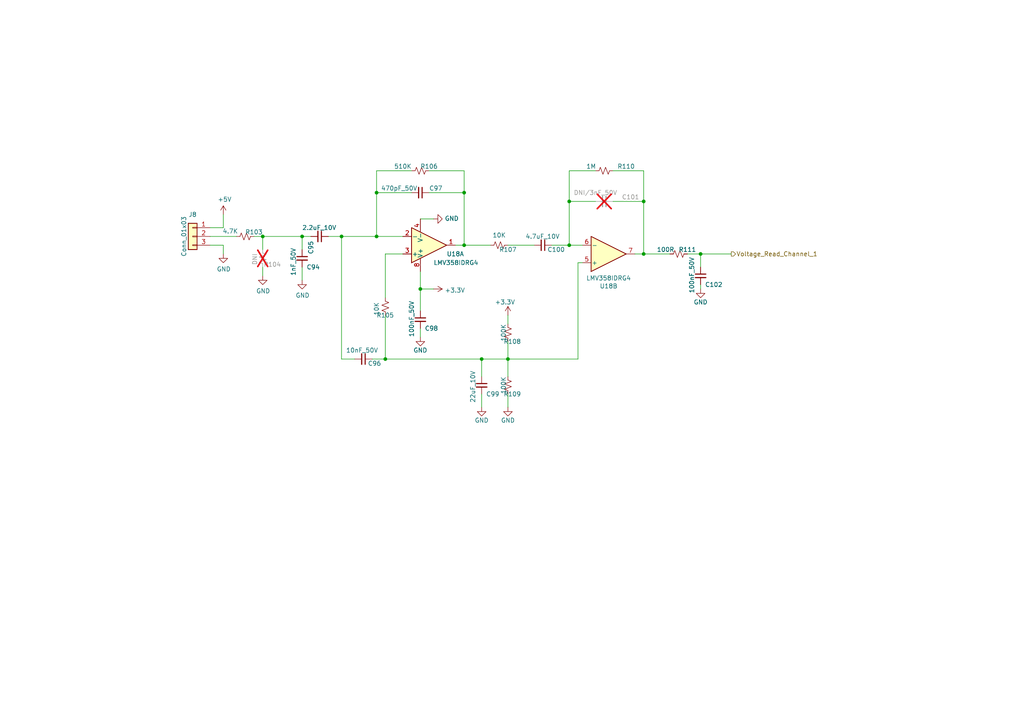
<source format=kicad_sch>
(kicad_sch (version 20231120) (generator "eeschema") (generator_version "8.0")
  (paper "A4")
  (lib_symbols
    (symbol "AKE_Capacitor:Capacitor_UnPolarised" (pin_numbers hide) (pin_names (offset 0.254) hide)
      (property "Reference" "C" (at 0.254 1.778 0))
      (property "Value" "Capacitor_UnPolarised" (at 0.254 -2.032 0))
      (symbol "Capacitor_UnPolarised_0_1"
        (polyline (pts (xy -1.524 -0.508) (xy 1.524 -0.508)) (stroke (width 0.3302)))
        (polyline (pts (xy -1.524 0.508) (xy 1.524 0.508)) (stroke (width 0.3048)))
      )
      (symbol "Capacitor_UnPolarised_1_1"
        (pin passive line (at 0 2.54 270) (length 2.032) (name "~") (number "1"))
        (pin passive line (at 0 -2.54 90) (length 2.032) (name "~") (number "2"))
      )
    )
    (symbol "AKE_Connector_Pinheader:Conn_01x03" (pin_names (offset 1.016) hide)
      (property "Reference" "J" (at 0 5.08 0))
      (property "Value" "Conn_01x03" (at 0 -5.08 0))
      (symbol "Conn_01x03_1_1"
        (rectangle (start -1.27 -2.413) (end 0 -2.667) (stroke (width 0.1524)))
        (rectangle (start -1.27 0.127) (end 0 -0.127) (stroke (width 0.1524)))
        (rectangle (start -1.27 2.667) (end 0 2.413) (stroke (width 0.1524)))
        (rectangle (start -1.27 3.81) (end 1.27 -3.81) (stroke (width 0.254)) (fill (type background)))
        (pin passive line (at -5.08 2.54 0) (length 3.81) (name "Pin_1") (number "1"))
        (pin passive line (at -5.08 0 0) (length 3.81) (name "Pin_2") (number "2"))
        (pin passive line (at -5.08 -2.54 0) (length 3.81) (name "Pin_3") (number "3"))
      )
    )
    (symbol "AKE_Opamp:LMV358IDRG4" (pin_names (offset 0.127))
      (property "Reference" "U" (at 0 6.35 0))
      (property "Value" "LMV358IDRG4" (at 0 3.81 0))
      (symbol "LMV358IDRG4_0_1"
        (polyline (pts (xy -5.08 5.08) (xy 5.08 0) (xy -5.08 -5.08) (xy -5.08 5.08)) (stroke (width 0.254)) (fill (type background)))
      )
      (symbol "LMV358IDRG4_1_1"
        (pin output line (at 7.62 0 180) (length 2.54) (name "~") (number "1"))
        (pin input line (at -7.62 -2.54 0) (length 2.54) (name "-") (number "2"))
        (pin input line (at -7.62 2.54 0) (length 2.54) (name "+") (number "3"))
        (pin power_in line (at -2.54 -7.62 90) (length 3.81) (name "V-") (number "4"))
        (pin power_in line (at -2.54 7.62 270) (length 3.81) (name "V+") (number "8"))
      )
      (symbol "LMV358IDRG4_2_1"
        (pin input line (at -7.62 2.54 0) (length 2.54) (name "+") (number "5"))
        (pin input line (at -7.62 -2.54 0) (length 2.54) (name "-") (number "6"))
        (pin output line (at 7.62 0 180) (length 2.54) (name "~") (number "7"))
      )
    )
    (symbol "AKE_Power:+3.3V" (power) (pin_names (offset 0))
      (property "Value" "+3.3V" (at 0 3.556 0))
      (symbol "+3.3V_0_1"
        (polyline (pts (xy -0.762 1.27) (xy 0 2.54)))
        (polyline (pts (xy 0 0) (xy 0 2.54)))
        (polyline (pts (xy 0 2.54) (xy 0.762 1.27)))
      )
      (symbol "+3.3V_1_1"
        (pin power_in line (at 0 0 90) (length 0) hide (name "+3.3V") (number "1"))
      )
    )
    (symbol "AKE_Power:+5V" (power) (pin_names (offset 0))
      (property "Value" "+5V" (at 0 3.556 0))
      (symbol "+5V_0_1"
        (polyline (pts (xy -0.762 1.27) (xy 0 2.54)))
        (polyline (pts (xy 0 0) (xy 0 2.54)))
        (polyline (pts (xy 0 2.54) (xy 0.762 1.27)))
      )
      (symbol "+5V_1_1"
        (pin power_in line (at 0 0 90) (length 0) hide (name "+5V") (number "1"))
      )
    )
    (symbol "AKE_Power:GND" (power) (pin_names (offset 0))
      (property "Value" "GND" (at 0 -3.81 0))
      (symbol "GND_0_1"
        (polyline (pts (xy 0 0) (xy 0 -1.27) (xy 1.27 -1.27) (xy 0 -2.54) (xy -1.27 -1.27) (xy 0 -1.27)))
      )
      (symbol "GND_1_1"
        (pin power_in line (at 0 0 270) (length 0) hide (name "GND") (number "1"))
      )
    )
    (symbol "AKE_Resistor:Resistor_US" (pin_numbers hide) (pin_names (offset 0.254) hide)
      (property "Reference" "R" (at 0.762 0.508 0))
      (property "Value" "Resistor_US" (at 0.762 -1.016 0))
      (symbol "Resistor_US_1_1"
        (polyline (pts (xy 0 0) (xy 1.016 -0.381) (xy 0 -0.762) (xy -1.016 -1.143) (xy 0 -1.524)))
        (polyline (pts (xy 0 1.524) (xy 1.016 1.143) (xy 0 0.762) (xy -1.016 0.381) (xy 0 0)))
        (pin passive line (at 0 2.54 270) (length 1.016) (name "~") (number "1"))
        (pin passive line (at 0 -2.54 90) (length 1.016) (name "~") (number "2"))
      )
    )
  )
  (junction (at 109.22 55.88))
  (junction (at 203.2 73.66))
  (junction (at 186.69 58.42))
  (junction (at 147.32 104.14))
  (junction (at 186.69 73.66))
  (junction (at 99.06 68.58))
  (junction (at 109.22 68.58))
  (junction (at 111.76 104.14))
  (junction (at 76.2 68.58))
  (junction (at 121.92 83.82))
  (junction (at 165.1 71.12))
  (junction (at 87.63 68.58))
  (junction (at 165.1 58.42))
  (junction (at 134.62 55.88))
  (junction (at 139.7 104.14))
  (junction (at 134.62 71.12))
  (wire (pts (xy 109.22 49.53) (xy 109.22 55.88)))
  (wire (pts (xy 167.64 76.2) (xy 168.91 76.2)))
  (wire (pts (xy 139.7 109.22) (xy 139.7 104.14)))
  (wire (pts (xy 64.77 66.04) (xy 60.96 66.04)))
  (wire (pts (xy 147.32 104.14) (xy 147.32 109.22)))
  (wire (pts (xy 111.76 73.66) (xy 111.76 86.36)))
  (wire (pts (xy 186.69 73.66) (xy 184.15 73.66)))
  (wire (pts (xy 139.7 118.11) (xy 139.7 114.3)))
  (wire (pts (xy 90.17 68.58) (xy 87.63 68.58)))
  (wire (pts (xy 64.77 62.23) (xy 64.77 66.04)))
  (wire (pts (xy 121.92 83.82) (xy 121.92 90.17)))
  (wire (pts (xy 109.22 55.88) (xy 119.38 55.88)))
  (wire (pts (xy 186.69 49.53) (xy 186.69 58.42)))
  (wire (pts (xy 147.32 114.3) (xy 147.32 118.11)))
  (wire (pts (xy 102.87 104.14) (xy 99.06 104.14)))
  (wire (pts (xy 134.62 71.12) (xy 132.08 71.12)))
  (wire (pts (xy 60.96 68.58) (xy 68.58 68.58)))
  (wire (pts (xy 116.84 68.58) (xy 109.22 68.58)))
  (wire (pts (xy 64.77 71.12) (xy 64.77 73.66)))
  (wire (pts (xy 147.32 91.44) (xy 147.32 93.98)))
  (wire (pts (xy 76.2 77.47) (xy 76.2 80.01)))
  (wire (pts (xy 121.92 83.82) (xy 125.73 83.82)))
  (wire (pts (xy 76.2 68.58) (xy 76.2 72.39)))
  (wire (pts (xy 111.76 104.14) (xy 139.7 104.14)))
  (wire (pts (xy 60.96 71.12) (xy 64.77 71.12)))
  (wire (pts (xy 87.63 77.47) (xy 87.63 81.28)))
  (wire (pts (xy 87.63 72.39) (xy 87.63 68.58)))
  (wire (pts (xy 139.7 104.14) (xy 147.32 104.14)))
  (wire (pts (xy 99.06 68.58) (xy 99.06 104.14)))
  (wire (pts (xy 95.25 68.58) (xy 99.06 68.58)))
  (wire (pts (xy 186.69 58.42) (xy 186.69 73.66)))
  (wire (pts (xy 147.32 104.14) (xy 167.64 104.14)))
  (wire (pts (xy 125.73 63.5) (xy 121.92 63.5)))
  (wire (pts (xy 177.8 49.53) (xy 186.69 49.53)))
  (wire (pts (xy 168.91 71.12) (xy 165.1 71.12)))
  (wire (pts (xy 134.62 49.53) (xy 134.62 55.88)))
  (wire (pts (xy 167.64 104.14) (xy 167.64 76.2)))
  (wire (pts (xy 111.76 91.44) (xy 111.76 104.14)))
  (wire (pts (xy 109.22 55.88) (xy 109.22 68.58)))
  (wire (pts (xy 165.1 49.53) (xy 172.72 49.53)))
  (wire (pts (xy 177.8 58.42) (xy 186.69 58.42)))
  (wire (pts (xy 154.94 71.12) (xy 147.32 71.12)))
  (wire (pts (xy 124.46 49.53) (xy 134.62 49.53)))
  (wire (pts (xy 147.32 99.06) (xy 147.32 104.14)))
  (wire (pts (xy 121.92 83.82) (xy 121.92 78.74)))
  (wire (pts (xy 165.1 58.42) (xy 165.1 49.53)))
  (wire (pts (xy 73.66 68.58) (xy 76.2 68.58)))
  (wire (pts (xy 111.76 104.14) (xy 107.95 104.14)))
  (wire (pts (xy 194.31 73.66) (xy 186.69 73.66)))
  (wire (pts (xy 142.24 71.12) (xy 134.62 71.12)))
  (wire (pts (xy 121.92 97.79) (xy 121.92 95.25)))
  (wire (pts (xy 76.2 68.58) (xy 87.63 68.58)))
  (wire (pts (xy 203.2 73.66) (xy 199.39 73.66)))
  (wire (pts (xy 203.2 77.47) (xy 203.2 73.66)))
  (wire (pts (xy 134.62 55.88) (xy 134.62 71.12)))
  (wire (pts (xy 99.06 68.58) (xy 109.22 68.58)))
  (wire (pts (xy 172.72 58.42) (xy 165.1 58.42)))
  (wire (pts (xy 124.46 55.88) (xy 134.62 55.88)))
  (wire (pts (xy 165.1 71.12) (xy 165.1 58.42)))
  (wire (pts (xy 212.09 73.66) (xy 203.2 73.66)))
  (wire (pts (xy 116.84 73.66) (xy 111.76 73.66)))
  (wire (pts (xy 203.2 82.55) (xy 203.2 83.82)))
  (wire (pts (xy 119.38 49.53) (xy 109.22 49.53)))
  (wire (pts (xy 165.1 71.12) (xy 160.02 71.12)))
  (hierarchical_label "Voltage_Read_Channel_1" (shape output) (at 212.09 73.66 0))
  (symbol (lib_id "AKE_Power:GND") (at 125.73 63.5 90) (unit 1)
    (property "Reference" "#PWR0151" (effects (hide yes)))
    (property "Value" "GND" (at 128.9812 63.373 90) (effects (justify right)))
  )
  (symbol (lib_id "AKE_Power:GND") (at 147.32 118.11 0) (unit 1)
    (property "Reference" "#PWR0155" (effects (hide yes)))
    (property "Value" "GND" (at 147.32 121.92 0))
  )
  (symbol (lib_id "AKE_Resistor:Resistor_US") (at 111.76 88.9 180) (unit 1)
    (property "Reference" "R105" (at 114.3 91.44 0) (effects (justify left)))
    (property "Value" "10K" (at 109.22 87.63 90) (effects (justify left)))
    (property "Footprint" "AKE_Resistor_SMD:RES_0603" (effects (hide yes)))
    (property "MFG P/N" "*" (effects (hide yes)))
  )
  (symbol (lib_id "AKE_Power:GND") (at 203.2 83.82 0) (unit 1)
    (property "Reference" "#PWR0156" (effects (hide yes)))
    (property "Value" "GND" (at 203.2 87.63 0))
  )
  (symbol (lib_id "AKE_Power:GND") (at 139.7 118.11 0) (unit 1)
    (property "Reference" "#PWR0153" (effects (hide yes)))
    (property "Value" "GND" (at 139.7 121.92 0))
  )
  (symbol (lib_id "AKE_Resistor:Resistor_US") (at 71.12 68.58 90) (unit 1)
    (property "Reference" "R103" (at 73.66 67.31 90))
    (property "Value" "4.7K" (at 66.802 67.056 90))
    (property "Footprint" "AKE_Resistor_SMD:RES_1206" (effects (hide yes)))
    (property "MFG P/N" "*" (effects (hide yes)))
  )
  (symbol (lib_id "AKE_Connector_Pinheader:Conn_01x03") (at 55.88 68.58 0) (mirror y) (unit 1)
    (property "Reference" "J8" (at 55.88 62.23 0))
    (property "Value" "Conn_01x03" (at 53.34 68.58 90))
    (property "Footprint" "AKE_Pinheader_TH:PinHeader_1x03_P2.54mm_Vertical" (effects (hide yes)))
    (property "MFG P/N" "CDM324" (effects (hide yes)))
  )
  (symbol (lib_id "AKE_Power:+5V") (at 64.77 62.23 0) (unit 1)
    (property "Reference" "#PWR0146" (effects (hide yes)))
    (property "Value" "+5V" (at 65.151 57.8358 0))
  )
  (symbol (lib_id "AKE_Capacitor:Capacitor_UnPolarised") (at 121.92 55.88 270) (unit 1)
    (property "Reference" "C97" (at 124.46 54.61 90) (effects (justify left)))
    (property "Value" "470pF_50V" (at 110.49 54.61 90) (effects (justify left)))
    (property "Footprint" "AKE_Capacitor_SMD:CAP_0603" (effects (hide yes)))
    (property "MFG P/N" "*" (effects (hide yes)))
  )
  (symbol (lib_id "AKE_Capacitor:Capacitor_UnPolarised") (at 139.7 111.76 0) (unit 1)
    (property "Reference" "C99" (at 140.97 114.3 0) (effects (justify left)))
    (property "Value" "22uF_10V" (at 137.16 116.84 90) (effects (justify left)))
    (property "Footprint" "AKE_Capacitor_SMD:CAP_1206" (effects (hide yes)))
    (property "MFG P/N" "*" (effects (hide yes)))
  )
  (symbol (lib_id "AKE_Capacitor:Capacitor_UnPolarised") (at 175.26 58.42 270) (unit 1) (dnp yes)
    (property "Reference" "C101" (at 180.34 57.15 90) (effects (justify left)))
    (property "Value" "DNI/3nF_50V" (at 166.37 55.88 90) (effects (justify left)))
    (property "Footprint" "AKE_Capacitor_SMD:CAP_0603" (effects (hide yes)))
    (property "MFG P/N" "*" (effects (hide yes)))
  )
  (symbol (lib_id "AKE_Power:GND") (at 64.77 73.66 0) (unit 1)
    (property "Reference" "#PWR0147" (effects (hide yes)))
    (property "Value" "GND" (at 64.897 78.0542 0))
  )
  (symbol (lib_id "AKE_Resistor:Resistor_US") (at 196.85 73.66 90) (unit 1)
    (property "Reference" "R111" (at 199.39 72.39 90))
    (property "Value" "100R" (at 193.04 72.39 90))
    (property "Footprint" "AKE_Resistor_SMD:RES_0603" (effects (hide yes)))
    (property "MFG P/N" "*" (effects (hide yes)))
  )
  (symbol (lib_id "AKE_Opamp:LMV358IDRG4") (at 124.46 71.12 0) (mirror x) (unit 1)
    (property "Reference" "U18" (at 129.54 73.66 0) (effects (justify left)))
    (property "Value" "LMV358IDRG4" (at 125.73 76.2 0) (effects (justify left)))
    (property "Footprint" "AKE_Opamp_SMD:SOIC-8_3.9x4.9mm_P1.27mm" (effects (hide yes)))
    (property "Datasheet" "https://rocelec.widen.net/view/pdf/hsbslfymvc/slos263w.pdf?t.download=true&u=5oefqw" (effects (hide yes)))
    (property "MFG P/N" "LMV358IDRG4" (effects (hide yes)))
  )
  (symbol (lib_id "AKE_Opamp:LMV358IDRG4") (at 176.53 73.66 0) (mirror x) (unit 2)
    (property "Reference" "U18" (at 176.53 82.9818 0))
    (property "Value" "LMV358IDRG4" (at 176.53 80.6704 0))
    (property "Footprint" "AKE_Opamp_SMD:SOIC-8_3.9x4.9mm_P1.27mm" (effects (hide yes)))
    (property "Datasheet" "https://rocelec.widen.net/view/pdf/hsbslfymvc/slos263w.pdf?t.download=true&u=5oefqw" (effects (hide yes)))
    (property "MFG P/N" "LMV358IDRG4" (effects (hide yes)))
  )
  (symbol (lib_id "AKE_Power:GND") (at 87.63 81.28 0) (unit 1)
    (property "Reference" "#PWR0149" (effects (hide yes)))
    (property "Value" "GND" (at 87.757 85.6742 0))
  )
  (symbol (lib_id "AKE_Resistor:Resistor_US") (at 175.26 49.53 90) (unit 1)
    (property "Reference" "R110" (at 181.61 48.26 90))
    (property "Value" "1M" (at 171.45 48.26 90))
    (property "Footprint" "AKE_Resistor_SMD:RES_0603" (effects (hide yes)))
    (property "MFG P/N" "*" (effects (hide yes)))
  )
  (symbol (lib_id "AKE_Capacitor:Capacitor_UnPolarised") (at 87.63 74.93 0) (unit 1)
    (property "Reference" "C94" (at 88.9 77.47 0) (effects (justify left)))
    (property "Value" "1nF_50V" (at 85.09 80.01 90) (effects (justify left)))
    (property "Footprint" "AKE_Capacitor_SMD:CAP_0603" (effects (hide yes)))
    (property "MFG P/N" "*" (effects (hide yes)))
  )
  (symbol (lib_id "AKE_Resistor:Resistor_US") (at 121.92 49.53 90) (unit 1)
    (property "Reference" "R106" (at 124.46 48.26 90))
    (property "Value" "510K" (at 116.84 48.26 90))
    (property "Footprint" "AKE_Resistor_SMD:RES_0603" (effects (hide yes)))
    (property "MFG P/N" "*" (effects (hide yes)))
  )
  (symbol (lib_id "AKE_Capacitor:Capacitor_UnPolarised") (at 105.41 104.14 270) (unit 1)
    (property "Reference" "C96" (at 106.68 105.41 90) (effects (justify left)))
    (property "Value" "10nF_50V" (at 100.33 101.6 90) (effects (justify left)))
    (property "Footprint" "AKE_Capacitor_SMD:CAP_0603" (effects (hide yes)))
    (property "MFG P/N" "*" (effects (hide yes)))
  )
  (symbol (lib_id "AKE_Resistor:Resistor_US") (at 144.78 71.12 90) (unit 1)
    (property "Reference" "R107" (at 147.32 72.39 90))
    (property "Value" "10K" (at 144.78 68.2244 90))
    (property "Footprint" "AKE_Resistor_SMD:RES_0603" (effects (hide yes)))
    (property "MFG P/N" "*" (effects (hide yes)))
  )
  (symbol (lib_id "AKE_Resistor:Resistor_US") (at 76.2 74.93 180) (unit 1) (dnp yes)
    (property "Reference" "R104" (at 78.994 76.708 0))
    (property "Value" "DNI" (at 73.914 75.184 90))
    (property "Footprint" "AKE_PCB:RES_0603" (effects (hide yes)))
    (property "MFG P/N" "*" (effects (hide yes)))
  )
  (symbol (lib_id "AKE_Resistor:Resistor_US") (at 147.32 111.76 180) (unit 1)
    (property "Reference" "R109" (at 148.59 114.3 0))
    (property "Value" "100K" (at 146.05 111.76 90))
    (property "Footprint" "AKE_Resistor_SMD:RES_0603" (effects (hide yes)))
    (property "MFG P/N" "*" (effects (hide yes)))
  )
  (symbol (lib_id "AKE_Power:GND") (at 121.92 97.79 0) (unit 1)
    (property "Reference" "#PWR0150" (effects (hide yes)))
    (property "Value" "GND" (at 121.92 101.6 0))
  )
  (symbol (lib_id "AKE_Power:+3.3V") (at 125.73 83.82 270) (unit 1)
    (property "Reference" "#PWR0152" (effects (hide yes)))
    (property "Value" "+3.3V" (at 128.9812 84.201 90) (effects (justify left)))
  )
  (symbol (lib_id "AKE_Power:+3.3V") (at 147.32 91.44 0) (unit 1)
    (property "Reference" "#PWR0154" (effects (hide yes)))
    (property "Value" "+3.3V" (at 143.51 87.63 0) (effects (justify left)))
  )
  (symbol (lib_id "AKE_Capacitor:Capacitor_UnPolarised") (at 203.2 80.01 0) (unit 1)
    (property "Reference" "C102" (at 204.47 82.55 0) (effects (justify left)))
    (property "Value" "100nF_50V" (at 200.66 85.09 90) (effects (justify left)))
    (property "Footprint" "AKE_Capacitor_SMD:CAP_0603" (effects (hide yes)))
    (property "MFG P/N" "*" (effects (hide yes)))
  )
  (symbol (lib_id "AKE_Capacitor:Capacitor_UnPolarised") (at 121.92 92.71 0) (unit 1)
    (property "Reference" "C98" (at 123.19 95.25 0) (effects (justify left)))
    (property "Value" "100nF_50V" (at 119.38 97.79 90) (effects (justify left)))
    (property "Footprint" "AKE_Capacitor_SMD:CAP_0603" (effects (hide yes)))
    (property "MFG P/N" "*" (effects (hide yes)))
  )
  (symbol (lib_id "AKE_Capacitor:Capacitor_UnPolarised") (at 92.71 68.58 270) (unit 1)
    (property "Reference" "C95" (at 90.17 69.85 0) (effects (justify left)))
    (property "Value" "2.2uF_10V" (at 87.63 66.04 90) (effects (justify left)))
    (property "Footprint" "AKE_Capacitor_SMD:CAP_1206" (effects (hide yes)))
    (property "MFG P/N" "*" (effects (hide yes)))
  )
  (symbol (lib_id "AKE_Resistor:Resistor_US") (at 147.32 96.52 180) (unit 1)
    (property "Reference" "R108" (at 148.59 99.06 0))
    (property "Value" "100K" (at 146.05 96.52 90))
    (property "Footprint" "AKE_Resistor_SMD:RES_0603" (effects (hide yes)))
    (property "MFG P/N" "*" (effects (hide yes)))
  )
  (symbol (lib_id "AKE_Capacitor:Capacitor_UnPolarised") (at 157.48 71.12 270) (unit 1)
    (property "Reference" "C100" (at 158.75 72.39 90) (effects (justify left)))
    (property "Value" "4.7uF_10V" (at 152.4 68.58 90) (effects (justify left)))
    (property "Footprint" "AKE_Capacitor_SMD:CAP_1206" (effects (hide yes)))
    (property "MFG P/N" "*" (effects (hide yes)))
  )
  (symbol (lib_id "AKE_Power:GND") (at 76.2 80.01 0) (unit 1)
    (property "Reference" "#PWR0148" (effects (hide yes)))
    (property "Value" "GND" (at 76.327 84.4042 0))
  )
)
</source>
